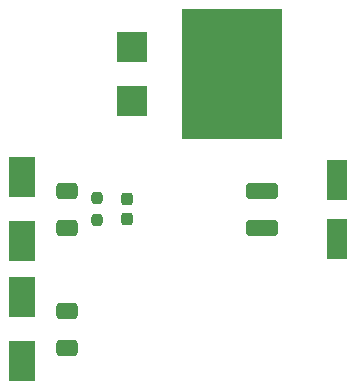
<source format=gbp>
G04 #@! TF.GenerationSoftware,KiCad,Pcbnew,(6.0.10)*
G04 #@! TF.CreationDate,2023-01-16T22:35:13+01:00*
G04 #@! TF.ProjectId,IdealDiode,49646561-6c44-4696-9f64-652e6b696361,rev?*
G04 #@! TF.SameCoordinates,Original*
G04 #@! TF.FileFunction,Paste,Bot*
G04 #@! TF.FilePolarity,Positive*
%FSLAX46Y46*%
G04 Gerber Fmt 4.6, Leading zero omitted, Abs format (unit mm)*
G04 Created by KiCad (PCBNEW (6.0.10)) date 2023-01-16 22:35:13*
%MOMM*%
%LPD*%
G01*
G04 APERTURE LIST*
G04 Aperture macros list*
%AMRoundRect*
0 Rectangle with rounded corners*
0 $1 Rounding radius*
0 $2 $3 $4 $5 $6 $7 $8 $9 X,Y pos of 4 corners*
0 Add a 4 corners polygon primitive as box body*
4,1,4,$2,$3,$4,$5,$6,$7,$8,$9,$2,$3,0*
0 Add four circle primitives for the rounded corners*
1,1,$1+$1,$2,$3*
1,1,$1+$1,$4,$5*
1,1,$1+$1,$6,$7*
1,1,$1+$1,$8,$9*
0 Add four rect primitives between the rounded corners*
20,1,$1+$1,$2,$3,$4,$5,0*
20,1,$1+$1,$4,$5,$6,$7,0*
20,1,$1+$1,$6,$7,$8,$9,0*
20,1,$1+$1,$8,$9,$2,$3,0*%
G04 Aperture macros list end*
%ADD10RoundRect,0.250000X-0.650000X0.412500X-0.650000X-0.412500X0.650000X-0.412500X0.650000X0.412500X0*%
%ADD11R,2.500000X2.500000*%
%ADD12R,8.500000X11.000000*%
%ADD13R,2.300000X3.500000*%
%ADD14RoundRect,0.237500X-0.237500X0.250000X-0.237500X-0.250000X0.237500X-0.250000X0.237500X0.250000X0*%
%ADD15RoundRect,0.250000X-1.100000X0.412500X-1.100000X-0.412500X1.100000X-0.412500X1.100000X0.412500X0*%
%ADD16RoundRect,0.237500X-0.237500X0.300000X-0.237500X-0.300000X0.237500X-0.300000X0.237500X0.300000X0*%
%ADD17R,1.800000X3.500000*%
G04 APERTURE END LIST*
D10*
X128270000Y-93687500D03*
X128270000Y-96812500D03*
D11*
X133740000Y-75960000D03*
D12*
X142240000Y-73660000D03*
D11*
X133740000Y-71360000D03*
D13*
X124460000Y-97950000D03*
X124460000Y-92550000D03*
D14*
X130810000Y-84177500D03*
X130810000Y-86002500D03*
D15*
X144780000Y-83527500D03*
X144780000Y-86652500D03*
D13*
X124460000Y-82390000D03*
X124460000Y-87790000D03*
D10*
X128270000Y-83527500D03*
X128270000Y-86652500D03*
D16*
X133350000Y-84227500D03*
X133350000Y-85952500D03*
D17*
X151130000Y-82590000D03*
X151130000Y-87590000D03*
M02*

</source>
